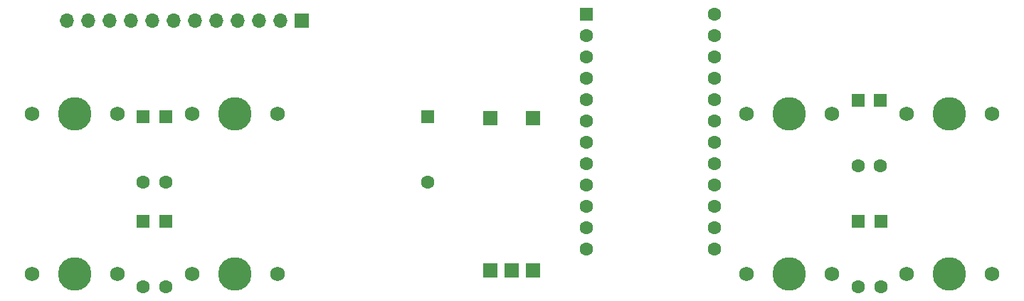
<source format=gbr>
%TF.GenerationSoftware,KiCad,Pcbnew,(5.1.6)-1*%
%TF.CreationDate,2022-02-07T12:47:34-06:00*%
%TF.ProjectId,Pikatea R26 Barebones Macropad,50696b61-7465-4612-9052-323620426172,rev?*%
%TF.SameCoordinates,Original*%
%TF.FileFunction,Soldermask,Bot*%
%TF.FilePolarity,Negative*%
%FSLAX46Y46*%
G04 Gerber Fmt 4.6, Leading zero omitted, Abs format (unit mm)*
G04 Created by KiCad (PCBNEW (5.1.6)-1) date 2022-02-07 12:47:34*
%MOMM*%
%LPD*%
G01*
G04 APERTURE LIST*
%ADD10C,3.987800*%
%ADD11C,1.750000*%
%ADD12C,1.600000*%
%ADD13R,1.600000X1.600000*%
%ADD14O,1.700000X1.700000*%
%ADD15R,1.700000X1.700000*%
G04 APERTURE END LIST*
D10*
%TO.C,MX8*%
X95051479Y-88323660D03*
D11*
X89971479Y-88323660D03*
X100131479Y-88323660D03*
%TD*%
D10*
%TO.C,MX7*%
X114101480Y-88323660D03*
D11*
X109021480Y-88323660D03*
X119181480Y-88323660D03*
%TD*%
D10*
%TO.C,MX6*%
X180101480Y-88323660D03*
D11*
X175021480Y-88323660D03*
X185181480Y-88323660D03*
%TD*%
D10*
%TO.C,MX5*%
X199151480Y-88323660D03*
D11*
X194071480Y-88323660D03*
X204231480Y-88323660D03*
%TD*%
D10*
%TO.C,MX4*%
X95051479Y-107373660D03*
D11*
X89971479Y-107373660D03*
X100131479Y-107373660D03*
%TD*%
D10*
%TO.C,MX3*%
X114101480Y-107373659D03*
D11*
X109021480Y-107373659D03*
X119181480Y-107373659D03*
%TD*%
D10*
%TO.C,MX2*%
X180101480Y-107373659D03*
D11*
X175021480Y-107373659D03*
X185181480Y-107373659D03*
%TD*%
D10*
%TO.C,MX1*%
X199151480Y-107373659D03*
D11*
X194071480Y-107373659D03*
X204231480Y-107373659D03*
%TD*%
D12*
%TO.C,D1*%
X190900000Y-94500000D03*
D13*
X190900000Y-86700000D03*
%TD*%
D12*
%TO.C,D2*%
X191000000Y-108900000D03*
D13*
X191000000Y-101100000D03*
%TD*%
D12*
%TO.C,D3*%
X188300000Y-94500000D03*
D13*
X188300000Y-86700000D03*
%TD*%
D12*
%TO.C,D4*%
X188300000Y-108900000D03*
D13*
X188300000Y-101100000D03*
%TD*%
D12*
%TO.C,D5*%
X105900000Y-96400000D03*
D13*
X105900000Y-88600000D03*
%TD*%
D12*
%TO.C,D6*%
X105900000Y-108900000D03*
D13*
X105900000Y-101100000D03*
%TD*%
D12*
%TO.C,D7*%
X103200000Y-96400000D03*
D13*
X103200000Y-88600000D03*
%TD*%
D12*
%TO.C,D8*%
X103200000Y-108900000D03*
D13*
X103200000Y-101100000D03*
%TD*%
D12*
%TO.C,D9*%
X137100000Y-96400000D03*
D13*
X137100000Y-88600000D03*
%TD*%
D12*
%TO.C,U1*%
X171221400Y-76415900D03*
X171221400Y-78955900D03*
X171221400Y-81495900D03*
X171221400Y-84035900D03*
X171221400Y-86575900D03*
X171221400Y-89115900D03*
X171221400Y-91655900D03*
X171221400Y-94195900D03*
X171221400Y-96735900D03*
X171221400Y-99275900D03*
X171221400Y-101815900D03*
X171221400Y-104355900D03*
X155981400Y-104355900D03*
X155981400Y-101815900D03*
X155981400Y-99275900D03*
X155981400Y-96735900D03*
X155981400Y-94195900D03*
X155981400Y-91655900D03*
X155981400Y-89115900D03*
X155981400Y-86575900D03*
X155981400Y-84035900D03*
X155981400Y-81495900D03*
X155981400Y-78955900D03*
D13*
X155981400Y-76415900D03*
%TD*%
D14*
%TO.C,J1*%
X94170500Y-77177900D03*
X96710500Y-77177900D03*
X99250500Y-77177900D03*
X101790500Y-77177900D03*
X104330500Y-77177900D03*
X106870500Y-77177900D03*
X109410500Y-77177900D03*
X111950500Y-77177900D03*
X114490500Y-77177900D03*
X117030500Y-77177900D03*
X119570500Y-77177900D03*
D15*
X122110500Y-77177900D03*
%TD*%
%TO.C,SW3*%
X144531080Y-88798659D03*
X149611080Y-88798659D03*
X147071080Y-106898659D03*
X144531080Y-106898659D03*
X149611080Y-106898659D03*
%TD*%
M02*

</source>
